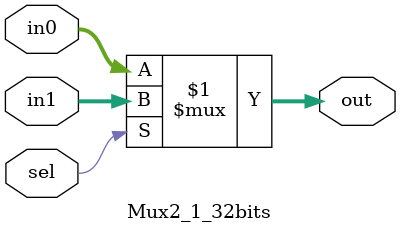
<source format=v>
module Mux2_1_32bits (
input [31:0] in0,
input [31:0] in1,
input sel,
output [31:0] out
);

assign out= (sel)?in1:in0;
endmodule
</source>
